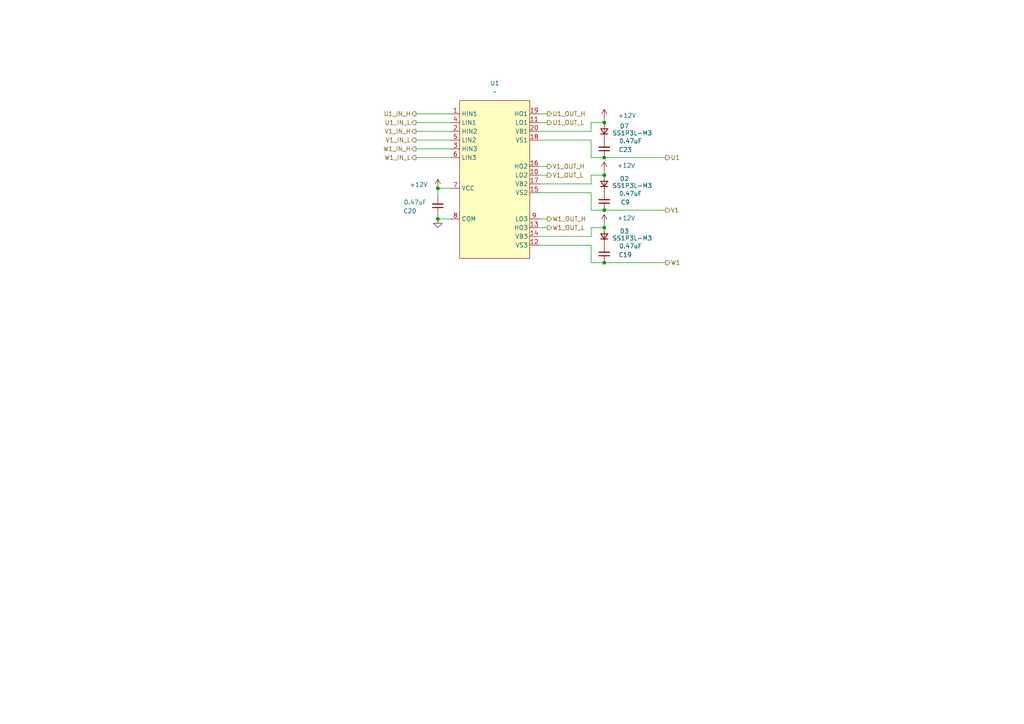
<source format=kicad_sch>
(kicad_sch (version 20250114) (generator "eeschema") (generator_version "9.0")
  (paper "A4")
  (lib_symbols
    (symbol "D_Small_1" (pin_numbers (hide yes)) (pin_names (offset 0.254) (hide yes))
      (property "Reference" "D" (at -1.27 2.032 0))
      (property "Value" "D_Small" (at -3.81 -2.032 0))
      (symbol "D_Small_1_0_1"
        (polyline (pts (xy -0.762 0) (xy 0.762 0)))
        (polyline (pts (xy -0.762 -1.016) (xy -0.762 1.016)) (stroke (width 0.254)))
        (polyline (pts (xy 0.762 -1.016) (xy -0.762 0) (xy 0.762 1.016) (xy 0.762 -1.016)) (stroke (width 0.254)))
      )
      (symbol "D_Small_1_1_1"
        (pin passive line (at -2.54 0 0) (length 1.778) (name "K") (number "1"))
        (pin passive line (at 2.54 0 180) (length 1.778) (name "A") (number "2"))
      )
    )
    (symbol "Device:C_Small" (pin_numbers (hide yes)) (pin_names (offset 0.254) (hide yes))
      (property "Reference" "C" (at 0.254 1.778 0))
      (property "Value" "C_Small" (at 0.254 -2.032 0))
      (symbol "C_Small_0_1"
        (polyline (pts (xy -1.524 0.508) (xy 1.524 0.508)) (stroke (width 0.3048)))
        (polyline (pts (xy -1.524 -0.508) (xy 1.524 -0.508)) (stroke (width 0.3302)))
      )
      (symbol "C_Small_1_1"
        (pin passive line (at 0 2.54 270) (length 2.032) (name "~") (number "1"))
        (pin passive line (at 0 -2.54 90) (length 2.032) (name "~") (number "2"))
      )
    )
    (symbol "User_Driver:FD6288"
      (property "Reference" "U" (at -1.016 0.762 0))
      (symbol "FD6288_0_1"
        (rectangle (start 0 0) (end 20.32 -45.72) (stroke (width 0.1524)) (fill (type background)))
      )
      (symbol "FD6288_1_1"
        (pin input line (at -2.54 -3.81 0) (length 2.54) (name "HIN1") (number "1"))
        (pin input line (at -2.54 -6.35 0) (length 2.54) (name "LIN1") (number "4"))
        (pin input line (at -2.54 -8.89 0) (length 2.54) (name "HIN2") (number "2"))
        (pin input line (at -2.54 -11.43 0) (length 2.54) (name "LIN2") (number "5"))
        (pin input line (at -2.54 -13.97 0) (length 2.54) (name "HIN3") (number "3"))
        (pin input line (at -2.54 -16.51 0) (length 2.54) (name "LIN3") (number "6"))
        (pin input line (at -2.54 -25.4 0) (length 2.54) (name "VCC") (number "7"))
        (pin input line (at -2.54 -34.29 0) (length 2.54) (name "COM") (number "8"))
        (pin input line (at 22.86 -3.81 180) (length 2.54) (name "HO1") (number "19"))
        (pin input line (at 22.86 -6.35 180) (length 2.54) (name "LO1") (number "11"))
        (pin input line (at 22.86 -8.89 180) (length 2.54) (name "VB1") (number "20"))
        (pin input line (at 22.86 -11.43 180) (length 2.54) (name "VS1") (number "18"))
        (pin input line (at 22.86 -19.05 180) (length 2.54) (name "HO2") (number "16"))
        (pin input line (at 22.86 -21.59 180) (length 2.54) (name "LO2") (number "10"))
        (pin input line (at 22.86 -24.13 180) (length 2.54) (name "VB2") (number "17"))
        (pin input line (at 22.86 -26.67 180) (length 2.54) (name "VS2") (number "15"))
        (pin input line (at 22.86 -34.29 180) (length 2.54) (name "LO3") (number "9"))
        (pin input line (at 22.86 -36.83 180) (length 2.54) (name "HO3") (number "13"))
        (pin input line (at 22.86 -39.37 180) (length 2.54) (name "VB3") (number "14"))
        (pin input line (at 22.86 -41.91 180) (length 2.54) (name "VS3") (number "12"))
      )
    )
    (symbol "power:+12V" (power) (pin_numbers (hide yes)) (pin_names (offset 0) (hide yes))
      (property "Value" "+12V" (at 0 3.556 0))
      (symbol "+12V_0_1"
        (polyline (pts (xy -0.762 1.27) (xy 0 2.54)))
        (polyline (pts (xy 0 2.54) (xy 0.762 1.27)))
        (polyline (pts (xy 0 0) (xy 0 2.54)))
      )
      (symbol "+12V_1_1"
        (pin power_in line (at 0 0 90) (length 0) (name "~") (number "1"))
      )
    )
    (symbol "power:GND" (power) (pin_numbers (hide yes)) (pin_names (offset 0) (hide yes))
      (property "Value" "GND" (at 0 -3.81 0))
      (symbol "GND_0_1"
        (polyline (pts (xy 0 0) (xy 0 -1.27) (xy 1.27 -1.27) (xy 0 -2.54) (xy -1.27 -1.27) (xy 0 -1.27)))
      )
      (symbol "GND_1_1"
        (pin power_in line (at 0 0 270) (length 0) (name "~") (number "1"))
      )
    )
  )
  (junction (at 175.26 60.96))
  (junction (at 175.26 66.04))
  (junction (at 127 54.61))
  (junction (at 175.26 35.56))
  (junction (at 175.26 76.2))
  (junction (at 175.26 45.72))
  (junction (at 175.26 50.8))
  (junction (at 127 63.5))
  (wire (pts (xy 120.65 38.1) (xy 130.81 38.1)))
  (wire (pts (xy 127 63.5) (xy 130.81 63.5)))
  (wire (pts (xy 171.45 76.2) (xy 175.26 76.2)))
  (wire (pts (xy 171.45 45.72) (xy 175.26 45.72)))
  (wire (pts (xy 156.21 40.64) (xy 171.45 40.64)))
  (wire (pts (xy 156.21 50.8) (xy 158.75 50.8)))
  (wire (pts (xy 171.45 66.04) (xy 175.26 66.04)))
  (wire (pts (xy 171.45 53.34) (xy 171.45 50.8)))
  (wire (pts (xy 175.26 60.96) (xy 193.04 60.96)))
  (wire (pts (xy 120.65 35.56) (xy 130.81 35.56)))
  (wire (pts (xy 156.21 48.26) (xy 158.75 48.26)))
  (wire (pts (xy 171.45 35.56) (xy 175.26 35.56)))
  (wire (pts (xy 127 54.61) (xy 130.81 54.61)))
  (wire (pts (xy 156.21 35.56) (xy 158.75 35.56)))
  (wire (pts (xy 156.21 33.02) (xy 158.75 33.02)))
  (wire (pts (xy 171.45 60.96) (xy 171.45 55.88)))
  (wire (pts (xy 120.65 45.72) (xy 130.81 45.72)))
  (wire (pts (xy 156.21 53.34) (xy 171.45 53.34)))
  (wire (pts (xy 171.45 76.2) (xy 171.45 71.12)))
  (wire (pts (xy 156.21 38.1) (xy 171.45 38.1)))
  (wire (pts (xy 175.26 45.72) (xy 193.04 45.72)))
  (wire (pts (xy 156.21 71.12) (xy 171.45 71.12)))
  (wire (pts (xy 127 62.23) (xy 127 63.5)))
  (wire (pts (xy 171.45 60.96) (xy 175.26 60.96)))
  (wire (pts (xy 171.45 50.8) (xy 175.26 50.8)))
  (wire (pts (xy 156.21 68.58) (xy 171.45 68.58)))
  (wire (pts (xy 171.45 45.72) (xy 171.45 40.64)))
  (wire (pts (xy 175.26 49.53) (xy 175.26 50.8)))
  (wire (pts (xy 175.26 64.77) (xy 175.26 66.04)))
  (wire (pts (xy 171.45 68.58) (xy 171.45 66.04)))
  (wire (pts (xy 156.21 55.88) (xy 171.45 55.88)))
  (wire (pts (xy 120.65 40.64) (xy 130.81 40.64)))
  (wire (pts (xy 127 57.15) (xy 127 54.61)))
  (wire (pts (xy 156.21 66.04) (xy 158.75 66.04)))
  (wire (pts (xy 156.21 63.5) (xy 158.75 63.5)))
  (wire (pts (xy 175.26 76.2) (xy 193.04 76.2)))
  (wire (pts (xy 175.26 34.29) (xy 175.26 35.56)))
  (wire (pts (xy 171.45 38.1) (xy 171.45 35.56)))
  (wire (pts (xy 120.65 43.18) (xy 130.81 43.18)))
  (wire (pts (xy 120.65 33.02) (xy 130.81 33.02)))
  (hierarchical_label "W1" (shape output) (at 193.04 76.2 0))
  (hierarchical_label "U1" (shape output) (at 193.04 45.72 0))
  (hierarchical_label "U1_OUT_L" (shape output) (at 158.75 35.56 0))
  (hierarchical_label "U1_OUT_H" (shape output) (at 158.75 33.02 0))
  (hierarchical_label "V1_OUT_L" (shape output) (at 158.75 50.8 0))
  (hierarchical_label "V1" (shape output) (at 193.04 60.96 0))
  (hierarchical_label "W1_IN_L" (shape output) (at 120.65 45.72 180))
  (hierarchical_label "U1_IN_L" (shape output) (at 120.65 35.56 180))
  (hierarchical_label "V1_IN_H" (shape output) (at 120.65 38.1 180))
  (hierarchical_label "W1_OUT_H" (shape output) (at 158.75 63.5 0))
  (hierarchical_label "V1_OUT_H" (shape output) (at 158.75 48.26 0))
  (hierarchical_label "V1_IN_L" (shape output) (at 120.65 40.64 180))
  (hierarchical_label "U1_IN_H" (shape output) (at 120.65 33.02 180))
  (hierarchical_label "W1_OUT_L" (shape output) (at 158.75 66.04 0))
  (hierarchical_label "W1_IN_H" (shape output) (at 120.65 43.18 180))
  (symbol (lib_id "power:+12V") (at 175.26 34.29 0) (unit 1)
    (property "Reference" "#PWR026" (effects (hide yes)))
    (property "Value" "+12V" (at 181.864 33.528 0))
    (property "Description" "Power symbol creates a global label with name \"+12V\"" (effects (hide yes)))
  )
  (symbol (lib_id "Device:C_Small") (at 175.26 58.42 180) (unit 1)
    (property "Reference" "C9" (at 181.356 58.674 0))
    (property "Value" "0.47uF" (at 182.88 56.134 0))
    (property "Footprint" "Capacitor_SMD:C_0805_2012Metric" (effects (hide yes)))
  )
  (symbol (lib_id "Device:C_Small") (at 127 59.69 180) (unit 1)
    (property "Reference" "C20" (at 118.872 61.214 0))
    (property "Value" "0.47uF" (at 120.396 58.674 0))
    (property "Footprint" "Capacitor_SMD:C_0805_2012Metric" (effects (hide yes)))
  )
  (symbol (lib_id "User_Driver:FD6288") (at 133.35 29.21 0) (unit 1)
    (property "Reference" "U1" (at 143.51 24.13 0))
    (property "Value" "~" (at 143.51 26.67 0))
    (property "Footprint" "Package_SO:TSSOP-20_4.4x5mm_P0.5mm" (effects (hide yes)))
  )
  (symbol (lib_name "D_Small_1") (lib_id "Device:D_Small") (at 175.26 53.34 90) (unit 1)
    (property "Reference" "D2" (at 181.102 51.816 90))
    (property "Value" "SS1P3L-M3" (at 183.388 53.848 90))
    (property "Footprint" "Diode_SMD:D_SMP_DO-220AA" (effects (hide yes)))
    (property "Description" "Diode, small symbol" (effects (hide yes)))
    (property "Sim.Device" "D" (effects (hide yes)))
    (property "Sim.Pins" "1=K 2=A" (effects (hide yes)))
  )
  (symbol (lib_name "D_Small_1") (lib_id "Device:D_Small") (at 175.26 38.1 90) (unit 1)
    (property "Reference" "D7" (at 181.102 36.576 90))
    (property "Value" "SS1P3L-M3" (at 183.388 38.608 90))
    (property "Footprint" "Diode_SMD:D_SMP_DO-220AA" (effects (hide yes)))
    (property "Description" "Diode, small symbol" (effects (hide yes)))
    (property "Sim.Device" "D" (effects (hide yes)))
    (property "Sim.Pins" "1=K 2=A" (effects (hide yes)))
  )
  (symbol (lib_id "power:GND") (at 127 63.5 0) (unit 1)
    (property "Reference" "#PWR030" (effects (hide yes)))
    (property "Value" "GND" (effects (hide yes)))
    (property "Description" "Power symbol creates a global label with name \"GND\" , ground" (effects (hide yes)))
  )
  (symbol (lib_name "D_Small_1") (lib_id "Device:D_Small") (at 175.26 68.58 90) (unit 1)
    (property "Reference" "D3" (at 181.102 67.056 90))
    (property "Value" "SS1P3L-M3" (at 183.388 69.088 90))
    (property "Footprint" "Diode_SMD:D_SMP_DO-220AA" (effects (hide yes)))
    (property "Description" "Diode, small symbol" (effects (hide yes)))
    (property "Sim.Device" "D" (effects (hide yes)))
    (property "Sim.Pins" "1=K 2=A" (effects (hide yes)))
  )
  (symbol (lib_id "Device:C_Small") (at 175.26 73.66 180) (unit 1)
    (property "Reference" "C19" (at 181.356 73.914 0))
    (property "Value" "0.47uF" (at 182.88 71.374 0))
    (property "Footprint" "Capacitor_SMD:C_0805_2012Metric" (effects (hide yes)))
  )
  (symbol (lib_id "power:+12V") (at 175.26 64.77 0) (unit 1)
    (property "Reference" "#PWR028" (effects (hide yes)))
    (property "Value" "+12V" (at 181.61 63.246 0))
    (property "Description" "Power symbol creates a global label with name \"+12V\"" (effects (hide yes)))
  )
  (symbol (lib_id "power:+12V") (at 127 54.61 0) (unit 1)
    (property "Reference" "#PWR029" (effects (hide yes)))
    (property "Value" "+12V" (at 121.412 53.594 0))
    (property "Description" "Power symbol creates a global label with name \"+12V\"" (effects (hide yes)))
  )
  (symbol (lib_id "Device:C_Small") (at 175.26 43.18 180) (unit 1)
    (property "Reference" "C23" (at 181.356 43.434 0))
    (property "Value" "0.47uF" (at 182.88 40.894 0))
    (property "Footprint" "Capacitor_SMD:C_0805_2012Metric" (effects (hide yes)))
  )
  (symbol (lib_id "power:+12V") (at 175.26 49.53 0) (unit 1)
    (property "Reference" "#PWR027" (effects (hide yes)))
    (property "Value" "+12V" (at 181.61 48.006 0))
    (property "Description" "Power symbol creates a global label with name \"+12V\"" (effects (hide yes)))
  )
)
</source>
